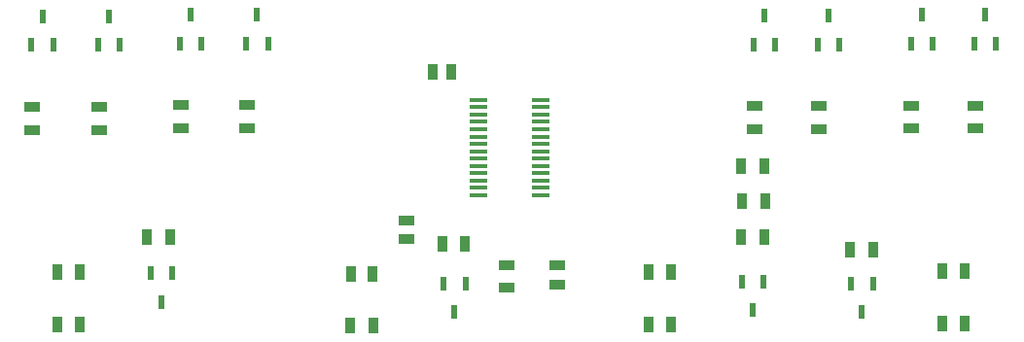
<source format=gbr>
%TF.GenerationSoftware,KiCad,Pcbnew,(5.1.6)-1*%
%TF.CreationDate,2020-10-27T11:33:51-07:00*%
%TF.ProjectId,main,6d61696e-2e6b-4696-9361-645f70636258,rev?*%
%TF.SameCoordinates,Original*%
%TF.FileFunction,Paste,Top*%
%TF.FilePolarity,Positive*%
%FSLAX46Y46*%
G04 Gerber Fmt 4.6, Leading zero omitted, Abs format (unit mm)*
G04 Created by KiCad (PCBNEW (5.1.6)-1) date 2020-10-27 11:33:51*
%MOMM*%
%LPD*%
G01*
G04 APERTURE LIST*
%ADD10R,0.950000X1.400000*%
%ADD11R,1.400000X0.950000*%
%ADD12R,0.600000X1.200000*%
%ADD13R,0.900000X1.400000*%
%ADD14R,1.525000X0.440000*%
%ADD15R,1.470000X0.970000*%
%ADD16R,0.970000X1.470000*%
G04 APERTURE END LIST*
D10*
%TO.C,R902*%
X97450400Y-113715800D03*
X99450400Y-113715800D03*
%TD*%
%TO.C,R901*%
X107299000Y-106093900D03*
X105299000Y-106093900D03*
%TD*%
%TO.C,R802*%
X122968933Y-113830100D03*
X124968933Y-113830100D03*
%TD*%
%TO.C,R801*%
X132978400Y-106718100D03*
X130978400Y-106718100D03*
%TD*%
%TO.C,R702*%
X148919265Y-113715800D03*
X150919265Y-113715800D03*
%TD*%
%TO.C,R701*%
X158988000Y-106108500D03*
X156988000Y-106108500D03*
%TD*%
%TO.C,R602*%
X174501300Y-113626900D03*
X176501300Y-113626900D03*
%TD*%
%TO.C,R601*%
X168462200Y-107238800D03*
X166462200Y-107238800D03*
%TD*%
D11*
%TO.C,R502*%
X177375300Y-94643700D03*
X177375300Y-96643700D03*
%TD*%
%TO.C,R501*%
X171844600Y-94643700D03*
X171844600Y-96643700D03*
%TD*%
%TO.C,R402*%
X163753600Y-94707200D03*
X163753600Y-96707200D03*
%TD*%
%TO.C,R401*%
X158154000Y-94707200D03*
X158154000Y-96707200D03*
%TD*%
%TO.C,R302*%
X113983400Y-94618300D03*
X113983400Y-96618300D03*
%TD*%
%TO.C,R301*%
X108191400Y-94618300D03*
X108191400Y-96618300D03*
%TD*%
%TO.C,R202*%
X101092900Y-94745300D03*
X101092900Y-96745300D03*
%TD*%
%TO.C,R201*%
X95295500Y-94745300D03*
X95295500Y-96745300D03*
%TD*%
D10*
%TO.C,R103*%
X157026100Y-99923600D03*
X159026100Y-99923600D03*
%TD*%
%TO.C,R102*%
X157089600Y-102946200D03*
X159089600Y-102946200D03*
%TD*%
D11*
%TO.C,R101*%
X136601200Y-110524800D03*
X136601200Y-108524800D03*
%TD*%
D12*
%TO.C,Q901*%
X106530400Y-111752700D03*
X105580400Y-109252700D03*
X107480400Y-109252700D03*
%TD*%
%TO.C,Q801*%
X132048933Y-112629000D03*
X131098933Y-110129000D03*
X132998933Y-110129000D03*
%TD*%
%TO.C,Q701*%
X157999265Y-112451200D03*
X157049265Y-109951200D03*
X158949265Y-109951200D03*
%TD*%
%TO.C,Q601*%
X167528500Y-112654400D03*
X166578500Y-110154400D03*
X168478500Y-110154400D03*
%TD*%
%TO.C,Q502*%
X178250700Y-86748300D03*
X179200700Y-89248300D03*
X177300700Y-89248300D03*
%TD*%
%TO.C,Q501*%
X172720000Y-86748300D03*
X173670000Y-89248300D03*
X171770000Y-89248300D03*
%TD*%
%TO.C,Q402*%
X164629000Y-86811800D03*
X165579000Y-89311800D03*
X163679000Y-89311800D03*
%TD*%
%TO.C,Q401*%
X159029400Y-86811800D03*
X159979400Y-89311800D03*
X158079400Y-89311800D03*
%TD*%
%TO.C,Q302*%
X114858800Y-86722900D03*
X115808800Y-89222900D03*
X113908800Y-89222900D03*
%TD*%
%TO.C,Q301*%
X109066800Y-86722900D03*
X110016800Y-89222900D03*
X108116800Y-89222900D03*
%TD*%
%TO.C,Q202*%
X101968300Y-86849900D03*
X102918300Y-89349900D03*
X101018300Y-89349900D03*
%TD*%
%TO.C,Q201*%
X96170900Y-86849900D03*
X97120900Y-89349900D03*
X95220900Y-89349900D03*
%TD*%
D13*
%TO.C,LED901*%
X97500400Y-109169200D03*
X99400400Y-109169200D03*
%TD*%
%TO.C,LED801*%
X123018933Y-109283500D03*
X124918933Y-109283500D03*
%TD*%
%TO.C,LED701*%
X148969265Y-109169200D03*
X150869265Y-109169200D03*
%TD*%
%TO.C,LED601*%
X174551300Y-109080300D03*
X176451300Y-109080300D03*
%TD*%
D14*
%TO.C,IC101*%
X139529100Y-94138000D03*
X139529100Y-94778000D03*
X139529100Y-95418000D03*
X139529100Y-96058000D03*
X139529100Y-96698000D03*
X139529100Y-97338000D03*
X139529100Y-97978000D03*
X139529100Y-98618000D03*
X139529100Y-99258000D03*
X139529100Y-99898000D03*
X139529100Y-100538000D03*
X139529100Y-101178000D03*
X139529100Y-101818000D03*
X139529100Y-102458000D03*
X134105100Y-102458000D03*
X134105100Y-101818000D03*
X134105100Y-101178000D03*
X134105100Y-100538000D03*
X134105100Y-99898000D03*
X134105100Y-99258000D03*
X134105100Y-98618000D03*
X134105100Y-97978000D03*
X134105100Y-97338000D03*
X134105100Y-96698000D03*
X134105100Y-96058000D03*
X134105100Y-95418000D03*
X134105100Y-94778000D03*
X134105100Y-94138000D03*
%TD*%
D15*
%TO.C,C104*%
X140970000Y-108585000D03*
X140970000Y-110245000D03*
%TD*%
D16*
%TO.C,C102*%
X131792400Y-91694000D03*
X130132400Y-91694000D03*
%TD*%
D15*
%TO.C,C101*%
X127876300Y-104618100D03*
X127876300Y-106278100D03*
%TD*%
M02*

</source>
